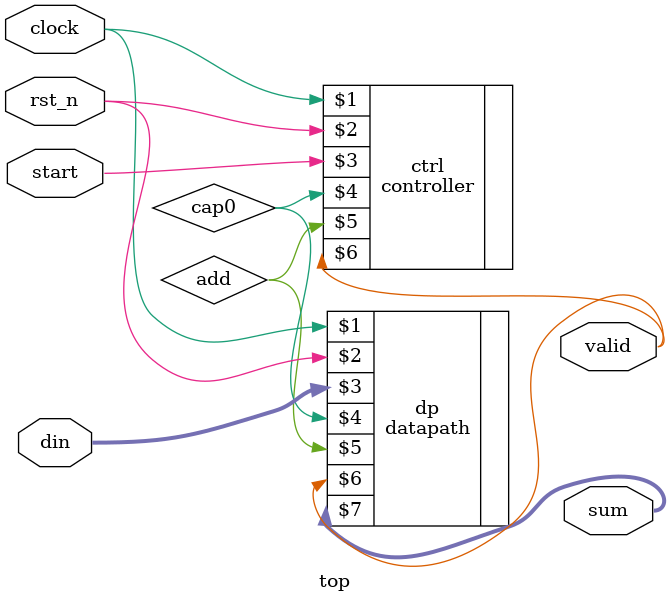
<source format=v>
module top (
  input clock, rst_n,
  input [3:0] din,
  input start,
  output valid,
  output [4:0] sum
);

  wire cap0, add;

  datapath dp (
    clock,
    rst_n,
    din,
    cap0,
    add,
    valid,
    sum
  );

  controller ctrl (
    clock,
    rst_n,
    start,
    cap0,
    add,
    valid
  );

endmodule

</source>
